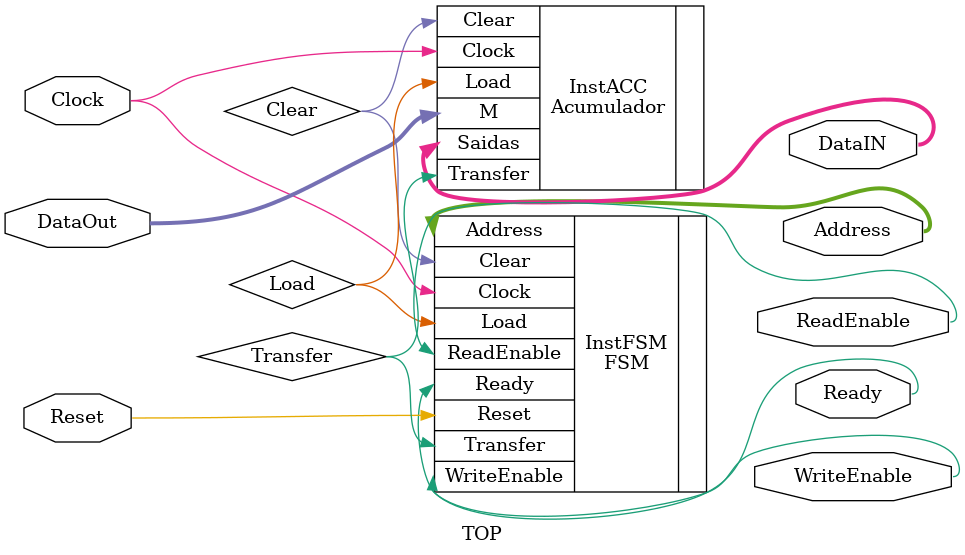
<source format=v>
module TOP (Clock, Reset, Ready, Address, DataIN, ReadEnable, WriteEnable, DataOut);
	input Clock;
   input Reset;
   output wire Ready;
   output wire [4:0] Address;
   output wire [15:0] DataIN;
   output wire ReadEnable;
   output wire WriteEnable;
   input [15:0] DataOut;

   wire Load;    
   wire Clear;     
   wire Transfer;  

   Acumulador InstACC (.Clock(Clock), .Load(Load), .Clear(Clear), .Transfer(Transfer), .M(DataOut), .Saidas(DataIN));

   FSM InstFSM (.Clock(Clock), .Reset(Reset), .Address(Address), .ReadEnable(ReadEnable), .WriteEnable(WriteEnable), 
	.Load(Load), .Clear(Clear), .Transfer(Transfer), .Ready(Ready));

endmodule

</source>
